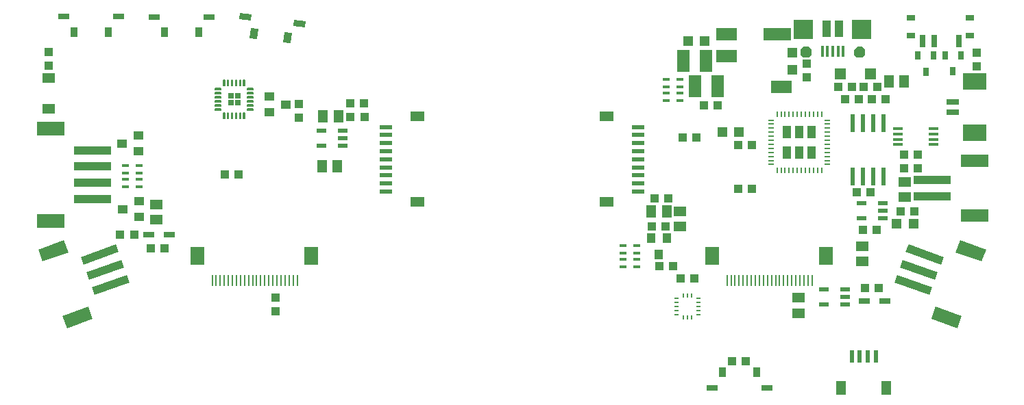
<source format=gbr>
G04 EAGLE Gerber RS-274X export*
G75*
%MOMM*%
%FSLAX34Y34*%
%LPD*%
%INSolderpaste Top*%
%IPPOS*%
%AMOC8*
5,1,8,0,0,1.08239X$1,22.5*%
G01*
%ADD10R,1.240000X1.500000*%
%ADD11R,1.500000X1.240000*%
%ADD12R,1.000000X1.200000*%
%ADD13R,1.075000X1.000000*%
%ADD14R,0.250000X1.400000*%
%ADD15R,1.800000X2.200000*%
%ADD16R,1.000000X1.075000*%
%ADD17R,1.200000X1.200000*%
%ADD18R,0.400000X1.350000*%
%ADD19R,1.000000X2.000000*%
%ADD20R,2.413000X2.413000*%
%ADD21R,0.600000X2.200000*%
%ADD22R,0.250000X0.750000*%
%ADD23R,0.750000X0.250000*%
%ADD24R,1.000000X1.500000*%
%ADD25R,1.200000X1.300000*%
%ADD26R,1.600000X2.700000*%
%ADD27R,0.900000X0.450000*%
%ADD28R,1.600000X0.800000*%
%ADD29R,3.000000X2.100000*%
%ADD30R,1.300000X0.400000*%
%ADD31R,1.000000X4.600000*%
%ADD32R,3.400000X1.600000*%
%ADD33R,4.600000X1.000000*%
%ADD34R,3.400000X1.700000*%
%ADD35R,1.350000X0.800000*%
%ADD36R,1.550000X0.600000*%
%ADD37R,1.800000X1.200000*%
%ADD38R,1.200000X0.550000*%
%ADD39R,1.400000X1.400000*%
%ADD40R,0.635000X1.016000*%
%ADD41R,1.000000X0.800000*%
%ADD42R,0.700000X1.500000*%
%ADD43R,0.900000X1.270000*%
%ADD44R,1.450000X0.800000*%
%ADD45C,0.140000*%
%ADD46R,0.650000X0.650000*%
%ADD47R,1.200000X1.000000*%
%ADD48R,0.600000X1.550000*%
%ADD49R,1.200000X1.800000*%
%ADD50R,0.500000X0.250000*%
%ADD51R,0.250000X0.500000*%
%ADD52R,1.600000X1.200000*%
%ADD53R,2.500000X1.500000*%
%ADD54R,3.400000X1.500000*%
%ADD55R,1.270000X0.900000*%

G36*
X431984Y144669D02*
X431984Y144669D01*
X432075Y144676D01*
X432105Y144688D01*
X432137Y144694D01*
X432217Y144736D01*
X432301Y144772D01*
X432333Y144798D01*
X432354Y144809D01*
X432376Y144832D01*
X432432Y144877D01*
X435988Y148433D01*
X436041Y148507D01*
X436101Y148576D01*
X436113Y148606D01*
X436132Y148632D01*
X436159Y148719D01*
X436193Y148804D01*
X436197Y148845D01*
X436204Y148868D01*
X436203Y148900D01*
X436211Y148971D01*
X436211Y154051D01*
X436197Y154141D01*
X436189Y154232D01*
X436177Y154262D01*
X436172Y154294D01*
X436129Y154374D01*
X436093Y154458D01*
X436067Y154490D01*
X436056Y154511D01*
X436033Y154533D01*
X435988Y154589D01*
X432432Y158145D01*
X432358Y158198D01*
X432289Y158258D01*
X432259Y158270D01*
X432233Y158289D01*
X432146Y158316D01*
X432061Y158350D01*
X432020Y158354D01*
X431997Y158361D01*
X431965Y158360D01*
X431894Y158368D01*
X426814Y158368D01*
X426724Y158354D01*
X426633Y158346D01*
X426603Y158334D01*
X426571Y158329D01*
X426491Y158286D01*
X426407Y158250D01*
X426375Y158224D01*
X426354Y158213D01*
X426343Y158202D01*
X426342Y158201D01*
X426329Y158188D01*
X426276Y158145D01*
X422466Y154335D01*
X422413Y154261D01*
X422353Y154192D01*
X422341Y154162D01*
X422322Y154136D01*
X422295Y154049D01*
X422289Y154033D01*
X422271Y153994D01*
X422270Y153985D01*
X422261Y153964D01*
X422257Y153923D01*
X422250Y153900D01*
X422251Y153868D01*
X422243Y153797D01*
X422243Y148971D01*
X422258Y148881D01*
X422265Y148790D01*
X422277Y148760D01*
X422283Y148728D01*
X422325Y148648D01*
X422361Y148564D01*
X422387Y148532D01*
X422398Y148511D01*
X422421Y148489D01*
X422466Y148433D01*
X426022Y144877D01*
X426096Y144824D01*
X426165Y144764D01*
X426195Y144752D01*
X426221Y144733D01*
X426308Y144706D01*
X426393Y144672D01*
X426434Y144668D01*
X426457Y144661D01*
X426489Y144662D01*
X426560Y144654D01*
X431894Y144654D01*
X431984Y144669D01*
G37*
G36*
X365690Y144669D02*
X365690Y144669D01*
X365781Y144676D01*
X365811Y144688D01*
X365843Y144694D01*
X365923Y144736D01*
X366007Y144772D01*
X366039Y144798D01*
X366060Y144809D01*
X366082Y144832D01*
X366138Y144877D01*
X369694Y148433D01*
X369747Y148507D01*
X369807Y148576D01*
X369819Y148606D01*
X369838Y148632D01*
X369865Y148719D01*
X369899Y148804D01*
X369903Y148845D01*
X369910Y148868D01*
X369909Y148900D01*
X369917Y148971D01*
X369917Y154051D01*
X369903Y154141D01*
X369895Y154232D01*
X369883Y154262D01*
X369878Y154294D01*
X369835Y154374D01*
X369799Y154458D01*
X369773Y154490D01*
X369762Y154511D01*
X369739Y154533D01*
X369694Y154589D01*
X366138Y158145D01*
X366064Y158198D01*
X365995Y158258D01*
X365965Y158270D01*
X365939Y158289D01*
X365852Y158316D01*
X365767Y158350D01*
X365726Y158354D01*
X365703Y158361D01*
X365671Y158360D01*
X365600Y158368D01*
X360520Y158368D01*
X360430Y158354D01*
X360339Y158346D01*
X360309Y158334D01*
X360277Y158329D01*
X360197Y158286D01*
X360113Y158250D01*
X360081Y158224D01*
X360060Y158213D01*
X360049Y158202D01*
X360048Y158201D01*
X360035Y158188D01*
X359982Y158145D01*
X356172Y154335D01*
X356119Y154261D01*
X356059Y154192D01*
X356047Y154162D01*
X356028Y154136D01*
X356001Y154049D01*
X355995Y154033D01*
X355977Y153994D01*
X355976Y153985D01*
X355967Y153964D01*
X355963Y153923D01*
X355956Y153900D01*
X355957Y153868D01*
X355949Y153797D01*
X355949Y148971D01*
X355964Y148881D01*
X355971Y148790D01*
X355983Y148760D01*
X355989Y148728D01*
X356031Y148648D01*
X356067Y148564D01*
X356093Y148532D01*
X356104Y148511D01*
X356127Y148489D01*
X356172Y148433D01*
X359728Y144877D01*
X359802Y144824D01*
X359871Y144764D01*
X359901Y144752D01*
X359927Y144733D01*
X360014Y144706D01*
X360099Y144672D01*
X360140Y144668D01*
X360163Y144661D01*
X360195Y144662D01*
X360266Y144654D01*
X365600Y144654D01*
X365690Y144669D01*
G37*
D10*
X-214495Y72390D03*
X-233495Y72390D03*
X-234765Y10795D03*
X-215765Y10795D03*
D11*
X-439895Y-36855D03*
X-439895Y-55855D03*
D12*
X181450Y-98900D03*
X171950Y-78900D03*
X190950Y-78900D03*
D13*
X181840Y-113030D03*
X198840Y-113030D03*
D14*
X-265475Y-131360D03*
X-270475Y-131360D03*
X-275475Y-131360D03*
X-280475Y-131360D03*
X-285475Y-131360D03*
X-290475Y-131360D03*
X-295475Y-131360D03*
X-300475Y-131360D03*
X-305475Y-131360D03*
X-310475Y-131360D03*
X-315475Y-131360D03*
X-320475Y-131360D03*
X-325475Y-131360D03*
X-330475Y-131360D03*
X-335475Y-131360D03*
X-340475Y-131360D03*
X-345475Y-131360D03*
X-350475Y-131360D03*
X-355475Y-131360D03*
X-360475Y-131360D03*
X-365475Y-131360D03*
X-370475Y-131360D03*
D15*
X-247975Y-100860D03*
X-388975Y-100860D03*
D13*
X189315Y-64135D03*
X172315Y-64135D03*
D16*
X-291940Y-152155D03*
X-291940Y-169155D03*
D14*
X370475Y-131360D03*
X365475Y-131360D03*
X360475Y-131360D03*
X355475Y-131360D03*
X350475Y-131360D03*
X345475Y-131360D03*
X340475Y-131360D03*
X335475Y-131360D03*
X330475Y-131360D03*
X325475Y-131360D03*
X320475Y-131360D03*
X315475Y-131360D03*
X310475Y-131360D03*
X305475Y-131360D03*
X300475Y-131360D03*
X295475Y-131360D03*
X290475Y-131360D03*
X285475Y-131360D03*
X280475Y-131360D03*
X275475Y-131360D03*
X270475Y-131360D03*
X265475Y-131360D03*
D15*
X387975Y-100860D03*
X246975Y-100860D03*
D17*
X346075Y150675D03*
X346075Y129675D03*
D16*
X363855Y137245D03*
X363855Y120245D03*
D18*
X409080Y152905D03*
X402580Y152905D03*
X396080Y152905D03*
X389580Y152905D03*
X383080Y152905D03*
D19*
X403580Y180655D03*
X388580Y180655D03*
D20*
X432021Y179578D03*
X360139Y179578D03*
D21*
X433545Y-2670D03*
X433545Y63630D03*
X420845Y-2670D03*
X446245Y-2670D03*
X458945Y-2670D03*
X420845Y63630D03*
X446245Y63630D03*
X458945Y63630D03*
D13*
X442680Y-21590D03*
X425680Y-21590D03*
D22*
X327305Y5255D03*
X332305Y5255D03*
X337305Y5255D03*
X342305Y5255D03*
X347305Y5255D03*
X352305Y5255D03*
X357305Y5255D03*
X362305Y5255D03*
X367305Y5255D03*
X372305Y5255D03*
X377305Y5255D03*
D23*
X389555Y12505D03*
X389555Y17505D03*
X389555Y22505D03*
X389555Y27505D03*
X389555Y32505D03*
X389555Y37505D03*
X389555Y42505D03*
X389555Y47505D03*
X389555Y52505D03*
X389555Y57505D03*
X389555Y62505D03*
D22*
X382305Y74755D03*
X377305Y74755D03*
X372305Y74755D03*
X367305Y74755D03*
X362305Y74755D03*
X357305Y74755D03*
X352305Y74755D03*
X347305Y74755D03*
X342305Y74755D03*
X337305Y74755D03*
X332305Y74755D03*
D23*
X320055Y67505D03*
X320055Y62505D03*
X320055Y57505D03*
X320055Y52505D03*
X320055Y47505D03*
X320055Y42505D03*
X320055Y37505D03*
X320055Y32505D03*
X320055Y27505D03*
X320055Y22505D03*
X320055Y17505D03*
D24*
X339805Y52505D03*
X354805Y52505D03*
X369805Y52505D03*
X369805Y27505D03*
X354805Y27505D03*
X339805Y27505D03*
D22*
X382305Y5255D03*
D23*
X389555Y67505D03*
D22*
X327305Y74755D03*
D23*
X320055Y12505D03*
D25*
X280510Y52705D03*
X260190Y52705D03*
D13*
X210415Y46355D03*
X227415Y46355D03*
X288629Y-230759D03*
X271629Y-230759D03*
D25*
X237965Y165735D03*
X217645Y165735D03*
D26*
X211265Y140970D03*
X239265Y140970D03*
X225870Y109855D03*
X253870Y109855D03*
D27*
X190730Y91775D03*
X207730Y91775D03*
X190730Y100775D03*
X190730Y108775D03*
X190730Y117775D03*
X207730Y117775D03*
X207730Y100775D03*
X207730Y108775D03*
D28*
X544035Y77570D03*
X544035Y90070D03*
D29*
X571535Y51970D03*
X571535Y115670D03*
D30*
X476315Y56740D03*
X476315Y50240D03*
X476315Y43740D03*
X476315Y37240D03*
X520315Y37240D03*
X520315Y43740D03*
X520315Y50240D03*
X520315Y56740D03*
D13*
X501100Y24765D03*
X484100Y24765D03*
X501100Y8255D03*
X484100Y8255D03*
X444730Y93345D03*
X461730Y93345D03*
X402820Y108585D03*
X419820Y108585D03*
X428710Y93345D03*
X411710Y93345D03*
X450935Y108585D03*
X433935Y108585D03*
D11*
X207485Y-64110D03*
X207485Y-45110D03*
D10*
X190950Y-45720D03*
X171950Y-45720D03*
D13*
X193125Y-29210D03*
X176125Y-29210D03*
D11*
X432910Y-107290D03*
X432910Y-88290D03*
D31*
G36*
X-476046Y-123995D02*
X-472625Y-133391D01*
X-515850Y-149123D01*
X-519271Y-139727D01*
X-476046Y-123995D01*
G37*
G36*
X-482886Y-105201D02*
X-479465Y-114597D01*
X-522690Y-130329D01*
X-526111Y-120933D01*
X-482886Y-105201D01*
G37*
D32*
G36*
X-555313Y-175194D02*
X-523365Y-163566D01*
X-517893Y-178600D01*
X-549841Y-190228D01*
X-555313Y-175194D01*
G37*
G36*
X-585411Y-92501D02*
X-553463Y-80873D01*
X-547991Y-95907D01*
X-579939Y-107535D01*
X-585411Y-92501D01*
G37*
D31*
G36*
X-489727Y-86408D02*
X-486306Y-95804D01*
X-529531Y-111536D01*
X-532952Y-102140D01*
X-489727Y-86408D01*
G37*
G36*
X486306Y-95804D02*
X489727Y-86408D01*
X532952Y-102140D01*
X529531Y-111536D01*
X486306Y-95804D01*
G37*
G36*
X479465Y-114597D02*
X482886Y-105201D01*
X526111Y-120933D01*
X522690Y-130329D01*
X479465Y-114597D01*
G37*
D32*
G36*
X579939Y-107535D02*
X547991Y-95907D01*
X553463Y-80873D01*
X585411Y-92501D01*
X579939Y-107535D01*
G37*
G36*
X549841Y-190228D02*
X517893Y-178600D01*
X523365Y-163566D01*
X555313Y-175194D01*
X549841Y-190228D01*
G37*
D31*
G36*
X472625Y-133391D02*
X476046Y-123995D01*
X519271Y-139727D01*
X515850Y-149123D01*
X472625Y-133391D01*
G37*
D33*
X-517830Y-30000D03*
X-517830Y-10000D03*
D34*
X-569830Y-57000D03*
X-569830Y57000D03*
D33*
X-517830Y10000D03*
X-517830Y30000D03*
D13*
X452840Y-140335D03*
X435840Y-140335D03*
X-483955Y-74295D03*
X-466955Y-74295D03*
D35*
X434815Y-156210D03*
X460215Y-156210D03*
X-448785Y-74295D03*
X-423385Y-74295D03*
D27*
X-477605Y-14905D03*
X-460605Y-14905D03*
X-477605Y-5905D03*
X-477605Y2095D03*
X-477605Y11095D03*
X-460605Y11095D03*
X-460605Y-5905D03*
X-460605Y2095D03*
D36*
X155790Y49050D03*
X155790Y39050D03*
X155790Y59050D03*
X155790Y29050D03*
D37*
X116790Y72050D03*
X116790Y-33950D03*
D36*
X155790Y19050D03*
X155790Y9050D03*
X155790Y-950D03*
X155790Y-10950D03*
X155790Y-20950D03*
X-155790Y-10950D03*
X-155790Y-950D03*
X-155790Y-20950D03*
X-155790Y9050D03*
D37*
X-116790Y-33950D03*
X-116790Y72050D03*
D36*
X-155790Y19050D03*
X-155790Y29050D03*
X-155790Y39050D03*
X-155790Y49050D03*
X-155790Y59050D03*
D33*
X519100Y-6510D03*
X519100Y-26510D03*
D32*
X571100Y17490D03*
X571100Y-50510D03*
D11*
X353535Y-152425D03*
X353535Y-171425D03*
D13*
X296630Y36830D03*
X279630Y36830D03*
X254085Y85725D03*
X237085Y85725D03*
X295995Y-17780D03*
X278995Y-17780D03*
D38*
X457976Y-53950D03*
X457976Y-44450D03*
X457976Y-34950D03*
X431974Y-34950D03*
X431974Y-53950D03*
D17*
X496115Y-60325D03*
X475115Y-60325D03*
D13*
X497290Y-45085D03*
X480290Y-45085D03*
D11*
X484980Y-27915D03*
X484980Y-8915D03*
D13*
X433300Y-67945D03*
X450300Y-67945D03*
X207875Y-128270D03*
X224875Y-128270D03*
D38*
X410986Y-160630D03*
X410986Y-151130D03*
X410986Y-141630D03*
X384984Y-141630D03*
X384984Y-160630D03*
D10*
X484320Y115570D03*
X465320Y115570D03*
D39*
X442520Y124460D03*
X405520Y124460D03*
D40*
X544670Y127795D03*
X535170Y147795D03*
X554170Y147795D03*
X511015Y127160D03*
X501515Y147160D03*
X520515Y147160D03*
D41*
X565667Y193925D03*
X565667Y171925D03*
X492667Y171925D03*
X492667Y193925D03*
D42*
X506667Y165425D03*
X521667Y165425D03*
X551667Y165425D03*
D43*
X260018Y-244873D03*
X302018Y-244873D03*
D44*
X247268Y-263873D03*
X314768Y-263873D03*
D45*
X-320075Y80145D02*
X-326675Y80145D01*
X-326675Y81545D01*
X-320075Y81545D01*
X-320075Y80145D01*
X-320075Y81475D02*
X-326675Y81475D01*
X-326675Y85145D02*
X-320075Y85145D01*
X-326675Y85145D02*
X-326675Y86545D01*
X-320075Y86545D01*
X-320075Y85145D01*
X-320075Y86475D02*
X-326675Y86475D01*
X-326675Y90145D02*
X-320075Y90145D01*
X-326675Y90145D02*
X-326675Y91545D01*
X-320075Y91545D01*
X-320075Y90145D01*
X-320075Y91475D02*
X-326675Y91475D01*
X-326675Y95145D02*
X-320075Y95145D01*
X-326675Y95145D02*
X-326675Y96545D01*
X-320075Y96545D01*
X-320075Y95145D01*
X-320075Y96475D02*
X-326675Y96475D01*
X-326675Y100145D02*
X-320075Y100145D01*
X-326675Y100145D02*
X-326675Y101545D01*
X-320075Y101545D01*
X-320075Y100145D01*
X-320075Y101475D02*
X-326675Y101475D01*
X-326675Y105145D02*
X-320075Y105145D01*
X-326675Y105145D02*
X-326675Y106545D01*
X-320075Y106545D01*
X-320075Y105145D01*
X-320075Y106475D02*
X-326675Y106475D01*
X-331575Y110045D02*
X-331575Y116645D01*
X-330175Y116645D01*
X-330175Y110045D01*
X-331575Y110045D01*
X-331575Y111375D02*
X-330175Y111375D01*
X-330175Y112705D02*
X-331575Y112705D01*
X-331575Y114035D02*
X-330175Y114035D01*
X-330175Y115365D02*
X-331575Y115365D01*
X-336575Y116645D02*
X-336575Y110045D01*
X-336575Y116645D02*
X-335175Y116645D01*
X-335175Y110045D01*
X-336575Y110045D01*
X-336575Y111375D02*
X-335175Y111375D01*
X-335175Y112705D02*
X-336575Y112705D01*
X-336575Y114035D02*
X-335175Y114035D01*
X-335175Y115365D02*
X-336575Y115365D01*
X-341575Y116645D02*
X-341575Y110045D01*
X-341575Y116645D02*
X-340175Y116645D01*
X-340175Y110045D01*
X-341575Y110045D01*
X-341575Y111375D02*
X-340175Y111375D01*
X-340175Y112705D02*
X-341575Y112705D01*
X-341575Y114035D02*
X-340175Y114035D01*
X-340175Y115365D02*
X-341575Y115365D01*
X-346575Y116645D02*
X-346575Y110045D01*
X-346575Y116645D02*
X-345175Y116645D01*
X-345175Y110045D01*
X-346575Y110045D01*
X-346575Y111375D02*
X-345175Y111375D01*
X-345175Y112705D02*
X-346575Y112705D01*
X-346575Y114035D02*
X-345175Y114035D01*
X-345175Y115365D02*
X-346575Y115365D01*
X-351575Y116645D02*
X-351575Y110045D01*
X-351575Y116645D02*
X-350175Y116645D01*
X-350175Y110045D01*
X-351575Y110045D01*
X-351575Y111375D02*
X-350175Y111375D01*
X-350175Y112705D02*
X-351575Y112705D01*
X-351575Y114035D02*
X-350175Y114035D01*
X-350175Y115365D02*
X-351575Y115365D01*
X-356575Y116645D02*
X-356575Y110045D01*
X-356575Y116645D02*
X-355175Y116645D01*
X-355175Y110045D01*
X-356575Y110045D01*
X-356575Y111375D02*
X-355175Y111375D01*
X-355175Y112705D02*
X-356575Y112705D01*
X-356575Y114035D02*
X-355175Y114035D01*
X-355175Y115365D02*
X-356575Y115365D01*
X-360075Y106545D02*
X-366675Y106545D01*
X-360075Y106545D02*
X-360075Y105145D01*
X-366675Y105145D01*
X-366675Y106545D01*
X-366675Y106475D02*
X-360075Y106475D01*
X-360075Y101545D02*
X-366675Y101545D01*
X-360075Y101545D02*
X-360075Y100145D01*
X-366675Y100145D01*
X-366675Y101545D01*
X-366675Y101475D02*
X-360075Y101475D01*
X-360075Y96545D02*
X-366675Y96545D01*
X-360075Y96545D02*
X-360075Y95145D01*
X-366675Y95145D01*
X-366675Y96545D01*
X-366675Y96475D02*
X-360075Y96475D01*
X-360075Y91545D02*
X-366675Y91545D01*
X-360075Y91545D02*
X-360075Y90145D01*
X-366675Y90145D01*
X-366675Y91545D01*
X-366675Y91475D02*
X-360075Y91475D01*
X-360075Y86545D02*
X-366675Y86545D01*
X-360075Y86545D02*
X-360075Y85145D01*
X-366675Y85145D01*
X-366675Y86545D01*
X-366675Y86475D02*
X-360075Y86475D01*
X-360075Y81545D02*
X-366675Y81545D01*
X-360075Y81545D02*
X-360075Y80145D01*
X-366675Y80145D01*
X-366675Y81545D01*
X-366675Y81475D02*
X-360075Y81475D01*
X-355175Y76645D02*
X-355175Y70045D01*
X-356575Y70045D01*
X-356575Y76645D01*
X-355175Y76645D01*
X-355175Y71375D02*
X-356575Y71375D01*
X-356575Y72705D02*
X-355175Y72705D01*
X-355175Y74035D02*
X-356575Y74035D01*
X-356575Y75365D02*
X-355175Y75365D01*
X-350175Y76645D02*
X-350175Y70045D01*
X-351575Y70045D01*
X-351575Y76645D01*
X-350175Y76645D01*
X-350175Y71375D02*
X-351575Y71375D01*
X-351575Y72705D02*
X-350175Y72705D01*
X-350175Y74035D02*
X-351575Y74035D01*
X-351575Y75365D02*
X-350175Y75365D01*
X-345175Y76645D02*
X-345175Y70045D01*
X-346575Y70045D01*
X-346575Y76645D01*
X-345175Y76645D01*
X-345175Y71375D02*
X-346575Y71375D01*
X-346575Y72705D02*
X-345175Y72705D01*
X-345175Y74035D02*
X-346575Y74035D01*
X-346575Y75365D02*
X-345175Y75365D01*
X-340175Y76645D02*
X-340175Y70045D01*
X-341575Y70045D01*
X-341575Y76645D01*
X-340175Y76645D01*
X-340175Y71375D02*
X-341575Y71375D01*
X-341575Y72705D02*
X-340175Y72705D01*
X-340175Y74035D02*
X-341575Y74035D01*
X-341575Y75365D02*
X-340175Y75365D01*
X-335175Y76645D02*
X-335175Y70045D01*
X-336575Y70045D01*
X-336575Y76645D01*
X-335175Y76645D01*
X-335175Y71375D02*
X-336575Y71375D01*
X-336575Y72705D02*
X-335175Y72705D01*
X-335175Y74035D02*
X-336575Y74035D01*
X-336575Y75365D02*
X-335175Y75365D01*
X-330175Y76645D02*
X-330175Y70045D01*
X-331575Y70045D01*
X-331575Y76645D01*
X-330175Y76645D01*
X-330175Y71375D02*
X-331575Y71375D01*
X-331575Y72705D02*
X-330175Y72705D01*
X-330175Y74035D02*
X-331575Y74035D01*
X-331575Y75365D02*
X-330175Y75365D01*
D46*
X-347625Y89095D03*
X-347625Y97595D03*
X-339125Y89095D03*
X-339125Y97595D03*
D13*
X-355050Y0D03*
X-338050Y0D03*
D47*
X-279400Y86995D03*
X-299400Y77495D03*
X-299400Y96495D03*
D16*
X-263365Y87240D03*
X-263365Y70240D03*
D48*
X429561Y-225177D03*
X439561Y-225177D03*
X419561Y-225177D03*
X449561Y-225177D03*
D49*
X406561Y-264177D03*
X462561Y-264177D03*
D47*
X-481010Y-42545D03*
X-461010Y-33045D03*
X-461010Y-52045D03*
X-481645Y38735D03*
X-461645Y48235D03*
X-461645Y29235D03*
D50*
X229875Y-173195D03*
X229875Y-168195D03*
X229875Y-163195D03*
X229875Y-158195D03*
X229875Y-153195D03*
D51*
X221375Y-149695D03*
X216375Y-149695D03*
X211375Y-149695D03*
D50*
X202875Y-153195D03*
X202875Y-158195D03*
X202875Y-163195D03*
X202875Y-168195D03*
X202875Y-173195D03*
D51*
X211375Y-176695D03*
X216375Y-176695D03*
X221375Y-176695D03*
D52*
X-572770Y119330D03*
X-572770Y81330D03*
D16*
X-572770Y152010D03*
X-572770Y135010D03*
D53*
X265290Y173930D03*
X332290Y108930D03*
X265290Y146930D03*
D54*
X327290Y173930D03*
D16*
X573880Y150740D03*
X573880Y133740D03*
D38*
X-209089Y35585D03*
X-209089Y45085D03*
X-209089Y54585D03*
X-235091Y54585D03*
X-235091Y35585D03*
D27*
X153755Y-87965D03*
X136755Y-87965D03*
X153755Y-96965D03*
X153755Y-104965D03*
X153755Y-113965D03*
X136755Y-113965D03*
X136755Y-96965D03*
X136755Y-104965D03*
D43*
X-498905Y176420D03*
X-540905Y176420D03*
D44*
X-486155Y195420D03*
X-553655Y195420D03*
D43*
X-387402Y176182D03*
X-429402Y176182D03*
D44*
X-374652Y195182D03*
X-442152Y195182D03*
D55*
G36*
X-282511Y163866D02*
X-280963Y176471D01*
X-272031Y175374D01*
X-273579Y162769D01*
X-282511Y163866D01*
G37*
G36*
X-324198Y168985D02*
X-322650Y181590D01*
X-313718Y180493D01*
X-315266Y167888D01*
X-324198Y168985D01*
G37*
D44*
G36*
X-255592Y182072D02*
X-269983Y183839D01*
X-269008Y191778D01*
X-254617Y190011D01*
X-255592Y182072D01*
G37*
G36*
X-322589Y190298D02*
X-336980Y192065D01*
X-336005Y200004D01*
X-321614Y198237D01*
X-322589Y190298D01*
G37*
D13*
X-200110Y88265D03*
X-183110Y88265D03*
X-182475Y71755D03*
X-199475Y71755D03*
X-429650Y-91440D03*
X-446650Y-91440D03*
M02*

</source>
